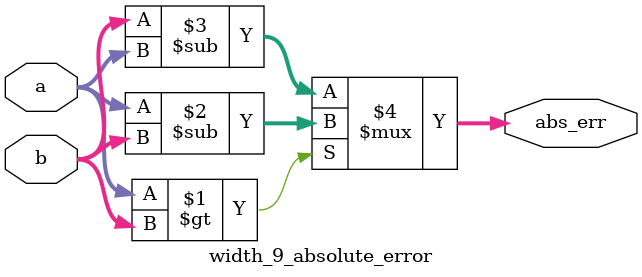
<source format=v>
module width_9_absolute_error(a, b, abs_err);
parameter _bit = 9;
input [_bit - 1: 0] a;
input [_bit - 1: 0] b;
output reg [_bit - 1: 0] abs_err;
assign abs_err = (a > b)? (a - b): (b - a);
endmodule

</source>
